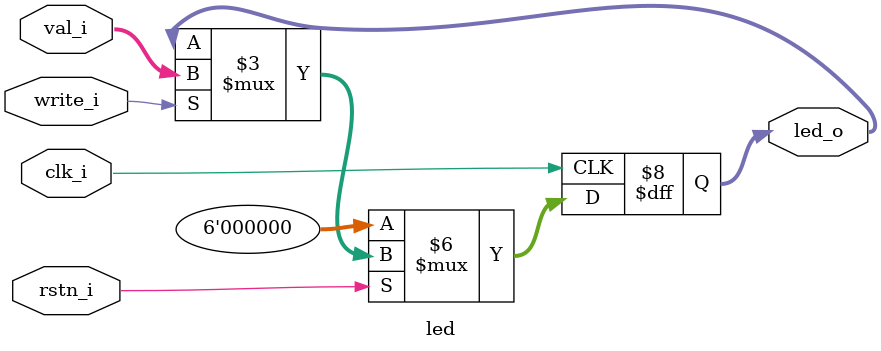
<source format=sv>
`default_nettype none

module led (
    input clk_i,
    input rstn_i,
    input write_i,
    input [5:0] val_i,

    output logic [5:0] led_o
);
    always_ff @(posedge clk_i) begin
        if(~rstn_i) begin
            led_o <= 0;
        end else begin
            if(write_i)
                led_o <= val_i;
        end;
    end
endmodule

</source>
